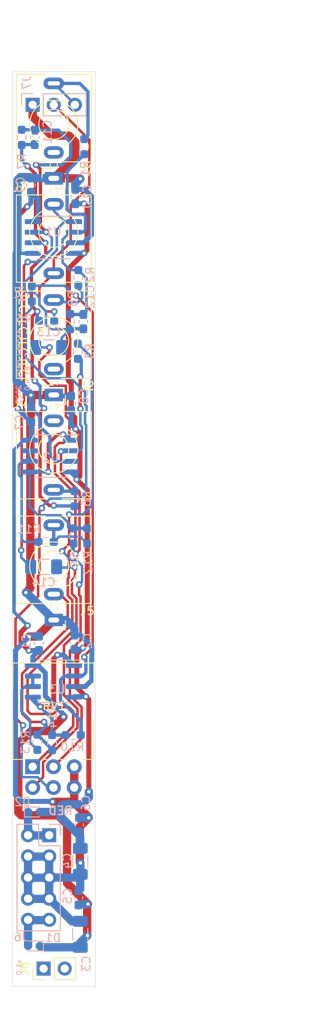
<source format=kicad_pcb>
(kicad_pcb (version 20221018) (generator pcbnew)
  (layers (0 "F.Cu" signal) (31 "B.Cu" signal) (34 "B.Paste" user) (35 "F.Paste" user) (36 "B.SilkS" user "B.Silkscreen") (37 "F.SilkS" user "F.Silkscreen") (38 "B.Mask" user) (39 "F.Mask" user) (44 "Edge.Cuts" user))
  (net 0 "")
  (net 1 "GND")
  (net 2 "+12V")
  (net 3 "-12V")
  (net 4 "Net-(D1-Pad2)")
  (net 5 "Net-(D2-Pad1)")
  (net 8 "Net-(J4-PadT)")
  (net 9 "Net-(R10-Pad1)")
  (net 10 "Net-(R11-Pad2)")
  (net 13 "Net-(R10-Pad2)")
  (net 14 "Net-(R13-Pad2)")
  (net 15 "Net-(J2-PadT)")
  (net 17 "Net-(C11-Pad2)")
  (net 18 "Net-(C12-Pad2)")
  (net 19 "Net-(C11-Pad1)")
  (net 20 "Net-(C13-Pad2)")
  (net 21 "Net-(C14-Pad2)")
  (net 22 "Net-(J5-PadT)")
  (net 23 "Net-(J5-PadTN)")
  (net 24 "Net-(R3-Pad1)")
  (net 25 "Net-(R12-Pad2)")
  (net 26 "/L_POT_OUT")
  (net 27 "/R_POT_OUT")
  (net 28 "L_IN")
  (net 29 "R_IN")
  (net 30 "Net-(R2-Pad1)")
  (footprint "Eurorack:3.5mm_tip_switch_thonkiconn" (layer "F.Cu") (at 5.03 65.944 180)
    (fp_text reference "J5")
    (fp_text value "OUT_LR")
  )
  (footprint "Potentiometer_THT:Potentiometer_Alpha_RD902F-40-00D_Dual_Vertical" (layer "F.Cu") (at 2.4892 83.584 90)
    (fp_text reference "RV1")
    (fp_text value "A100K")
  )
  (footprint "Eurorack:3.5mm_tip_switch_thonkiconn" (layer "F.Cu") (at 5.03 12.8774)
    (fp_text reference "J3")
    (fp_text value "IN_R1")
  )
  (footprint "Eurorack:3.5mm_tip_switch_thonkiconn" (layer "F.Cu") (at 5.03 38.893 180)
    (fp_text reference "J2")
    (fp_text value "IN_L2")
  )
  (footprint "Connector_PinHeader_2.54mm:PinHeader_1x02_P2.54mm_Vertical" (layer "F.Cu") (at 3.805 107.841 90)
    (fp_text reference "J8")
    (fp_text value "Conn_01x02_Female")
  )
  (footprint "Eurorack:3.5mm_tip_switch_thonkiconn" (layer "F.Cu") (at 5.03 12.858 180)
    (fp_text reference "J1")
    (fp_text value "IN_L1")
  )
  (footprint "Eurorack:3.5mm_tip_switch_thonkiconn" (layer "F.Cu") (at 5.03 38.907)
    (fp_text reference "J4")
    (fp_text value "IN_R2")
  )
  (footprint "Resistor_SMD:R_0603_1608Metric_Pad0.98x0.95mm_HandSolder" (layer "B.Cu") (at 3.048 80.6376 -90)
    (fp_text reference "R13")
    (fp_text value "47")
  )
  (footprint "Capacitor_SMD:C_0603_1608Metric_Pad1.08x0.95mm_HandSolder" (layer "B.Cu") (at 2.7432 7.9428 90)
    (fp_text reference "C11")
    (fp_text value "47p")
  )
  (footprint "Resistor_SMD:R_0603_1608Metric_Pad0.98x0.95mm_HandSolder" (layer "B.Cu") (at 4.1656 29.99)
    (fp_text reference "R5")
    (fp_text value "100k")
  )
  (footprint "Capacitor_SMD:C_1206_3216Metric_Pad1.33x1.80mm_HandSolder" (layer "B.Cu") (at 8.2088 103.7208 90)
    (fp_text reference "C3")
    (fp_text value "10u")
  )
  (footprint "Package_SO:SOIC-8_3.9x4.9mm_P1.27mm" (layer "B.Cu") (at 4.983 73.317 180)
    (fp_text reference "U3")
    (fp_text value "NE5532")
  )
  (footprint "Capacitor_SMD:C_1206_3216Metric_Pad1.33x1.80mm_HandSolder" (layer "B.Cu") (at 4.4196 33.1904 180)
    (fp_text reference "C13")
    (fp_text value "10u")
  )
  (footprint "Capacitor_SMD:C_0603_1608Metric_Pad1.08x0.95mm_HandSolder" (layer "B.Cu") (at 7.523 68.618 90)
    (fp_text reference "C2")
    (fp_text value "100n")
  )
  (footprint "Resistor_SMD:R_0603_1608Metric_Pad0.98x0.95mm_HandSolder" (layer "B.Cu") (at 4.826 80.6884 90)
    (fp_text reference "R14")
    (fp_text value "47")
  )
  (footprint "Resistor_SMD:R_0603_1608Metric_Pad0.98x0.95mm_HandSolder" (layer "B.Cu") (at 7.0104 30.0916 90)
    (fp_text reference "R8")
    (fp_text value "43k")
  )
  (footprint "Capacitor_SMD:C_1206_3216Metric_Pad1.33x1.80mm_HandSolder" (layer "B.Cu") (at 8.2088 94.9578 90)
    (fp_text reference "C4")
    (fp_text value "10u")
  )
  (footprint "Resistor_SMD:R_0603_1608Metric_Pad0.98x0.95mm_HandSolder" (layer "B.Cu") (at 9.0424 55.8472 90)
    (fp_text reference "R12")
    (fp_text value "47")
  )
  (footprint "Capacitor_SMD:C_0603_1608Metric_Pad1.08x0.95mm_HandSolder" (layer "B.Cu") (at 8.001 99.332 -90)
    (fp_text reference "C5")
    (fp_text value "100n")
  )
  (footprint "Resistor_SMD:R_0603_1608Metric_Pad0.98x0.95mm_HandSolder" (layer "B.Cu") (at 7.4168 55.8472 -90)
    (fp_text reference "R9")
    (fp_text value "10k")
  )
  (footprint "Diode_SMD:D_SOD-523" (layer "B.Cu") (at 2.6416 105.1232 180)
    (fp_text reference "D1")
    (fp_text value "1N5819WS")
  )
  (footprint "Resistor_SMD:R_0603_1608Metric_Pad0.98x0.95mm_HandSolder" (layer "B.Cu") (at 7.366 79.774)
    (fp_text reference "R10")
    (fp_text value "10k")
  )
  (footprint "Capacitor_SMD:C_0603_1608Metric_Pad1.08x0.95mm_HandSolder" (layer "B.Cu") (at 8.0818 90.5636 90)
    (fp_text reference "C6")
    (fp_text value "100n")
  )
  (footprint "Resistor_SMD:R_0603_1608Metric_Pad0.98x0.95mm_HandSolder" (layer "B.Cu") (at 1.1684 7.9428 -90)
    (fp_text reference "R7")
    (fp_text value "43k")
  )
  (footprint "Capacitor_SMD:C_0603_1608Metric_Pad1.08x0.95mm_HandSolder" (layer "B.Cu") (at 7.62 15.0548 90)
    (fp_text reference "C10")
    (fp_text value "100n")
  )
  (footprint "Resistor_SMD:R_0603_1608Metric_Pad0.98x0.95mm_HandSolder" (layer "B.Cu") (at 2.3876 26.7407 -90)
    (fp_text reference "R4")
    (fp_text value "10k")
  )
  (footprint "Resistor_SMD:R_0603_1608Metric_Pad0.98x0.95mm_HandSolder" (layer "B.Cu") (at 7.5184 51.3768 90)
    (fp_text reference "R6")
    (fp_text value "100k")
  )
  (footprint "Package_SO:SOIC-8_3.9x4.9mm_P1.27mm" (layer "B.Cu") (at 4.6228 46.246 180)
    (fp_text reference "U2")
    (fp_text value "NE5532")
  )
  (footprint "Diode_SMD:D_SOD-523" (layer "B.Cu") (at 2.6416 89.0196)
    (fp_text reference "D2")
    (fp_text value "1N5819WS")
  )
  (footprint "Capacitor_SMD:C_0603_1608Metric_Pad1.08x0.95mm_HandSolder" (layer "B.Cu") (at 2.316 41.313 90)
    (fp_text reference "C7")
    (fp_text value "100n")
  )
  (footprint "Capacitor_SMD:C_1206_3216Metric_Pad1.33x1.80mm_HandSolder" (layer "B.Cu") (at 3.81 59.5556)
    (fp_text reference "C14")
    (fp_text value "10u")
  )
  (footprint "Resistor_SMD:R_0603_1608Metric_Pad0.98x0.95mm_HandSolder" (layer "B.Cu") (at 7.9248 33.6476 90)
    (fp_text reference "R3")
    (fp_text value "10k")
  )
  (footprint "Resistor_SMD:R_0603_1608Metric_Pad0.98x0.95mm_HandSolder" (layer "B.Cu") (at 8.6868 9.0604 90)
    (fp_text reference "R1")
    (fp_text value "100k")
  )
  (footprint "Capacitor_SMD:C_0603_1608Metric_Pad1.08x0.95mm_HandSolder" (layer "B.Cu") (at 7.112 39.896 90)
    (fp_text reference "C8")
    (fp_text value "100n")
  )
  (footprint "Connector_PinHeader_2.54mm:PinHeader_1x03_P2.54mm_Vertical" (layer "B.Cu") (at 2.4892 4.0312 -90)
    (fp_text reference "J7")
    (fp_text value "Conn_01x03_Male")
  )
  (footprint "Package_SO:SOIC-8_3.9x4.9mm_P1.27mm" (layer "B.Cu") (at 4.983 19.977 180)
    (fp_text reference "U1")
    (fp_text value "TL072")
  )
  (footprint "Capacitor_SMD:C_0603_1608Metric_Pad1.08x0.95mm_HandSolder" (layer "B.Cu") (at 2.286 13.6832 90)
    (fp_text reference "C9")
    (fp_text value "100n")
  )
  (footprint "Resistor_SMD:R_0603_1608Metric_Pad0.98x0.95mm_HandSolder" (layer "B.Cu") (at 4.1148 56.5584 180)
    (fp_text reference "R11")
    (fp_text value "47")
  )
  (footprint "Capacitor_SMD:C_0603_1608Metric_Pad1.08x0.95mm_HandSolder" (layer "B.Cu") (at 8.5852 30.0916 -90)
    (fp_text reference "C12")
    (fp_text value "47p")
  )
  (footprint "Capacitor_SMD:C_0603_1608Metric_Pad1.08x0.95mm_HandSolder" (layer "B.Cu") (at 3.2512 68.7504 90)
    (fp_text reference "C1")
    (fp_text value "100n")
  )
  (footprint "Connector_PinHeader_2.54mm:PinHeader_2x05_P2.54mm_Vertical" (layer "B.Cu") (at 4.48 91.8186 180)
    (fp_text reference "J6")
    (fp_text value "Eurorack Power")
  )
  (footprint "Resistor_SMD:R_0603_1608Metric_Pad0.98x0.95mm_HandSolder" (layer "B.Cu") (at 7.9756 24.8084 -90)
    (fp_text reference "R2")
    (fp_text value "100k")
  )
  (gr_line (start 0.03 0.02) (end 10.03 0.02) (stroke (width 0.05)) (layer "Edge.Cuts"))
  (gr_line (start 10.03 0.02) (end 10.03 110.02) (stroke (width 0.05)) (layer "Edge.Cuts"))
  (gr_line (start 0.03 110.02) (end 10.03 110.02) (stroke (width 0.05)) (layer "Edge.Cuts"))
  (gr_line (start 0.03 0.02) (end 0.03 110.02) (stroke (width 0.05)) (layer "Edge.Cuts"))
  (gr_text "Andrew Perry, 2023" (at 0.8128 35.5272 90) (layer "B.SilkS") (effects (font (size 0.6 0.6) (thickness 0.1)) (justify mirror)))
  (gr_text "CC BY 4.0" (at 1.8796 36.086 90) (layer "B.SilkS") (effects (font (size 0.6 0.6) (thickness 0.1)) (justify mirror)))
  (gr_text "v1.0" (at 0.8636 107.714 90) (layer "B.SilkS") (effects (font (size 0.6 0.6) (thickness 0.1)) (justify mirror)))
  (gr_text "RED" (at 5.842 88.8672) (layer "B.SilkS") (effects (font (size 1 1) (thickness 0.2)) (justify mirror)))
  (gr_text "JLCJLCJLCJLC" (at 1.3208 31.6156 -90) (layer "F.SilkS") (effects (font (size 1 1))))
  (segment (start 1.6764 62.6544) (end 2.217111 62.113689) (width 1) (layer "F.Cu") (net 1))
  (segment (start 4.914465 87.787265) (end 4.889806 87.787265) (width 0.6) (layer "F.Cu") (net 1))
  (segment (start 7.62 10.2874) (end 5.03 12.8774) (width 1) (layer "F.Cu") (net 1))
  (segment (start 3.0364 67.9376) (end 5.03 65.944) (width 1) (layer "F.Cu") (net 1))
  (segment (start 7.4892 83.584) (end 7.4892 86.084) (width 1) (layer "F.Cu") (net 1))
  (segment (start 2.4892 4.0312) (end 2.4892 5.4536) (width 1) (layer "F.Cu") (net 1))
  (segment (start 8.158 90.7922) (end 9.2248 89.7254) (width 1) (layer "F.Cu") (net 1))
  (segment (start 7.376 87.8004) (end 9.2248 89.6492) (width 1) (layer "F.Cu") (net 1))
  (segment (start 4.9276 87.8004) (end 4.914465 87.787265) (width 0.6) (layer "F.Cu") (net 1))
  (segment (start 7.62 8.5016) (end 7.62 10.2874) (width 1) (layer "F.Cu") (net 1))
  (segment (start 2.309 38.907) (end 5.03 38.907) (width 1) (layer "F.Cu") (net 1))
  (segment (start 8.2296 12.9212) (end 8.1858 12.8774) (width 1) (layer "F.Cu") (net 1))
  (segment (start 9.2248 89.6492) (end 9.2248 89.7254) (width 1) (layer "F.Cu") (net 1))
  (segment (start 2.310231 41.218741) (end 2.310231 38.945031) (width 1) (layer "F.Cu") (net 1))
  (segment (start 7.376 87.8004) (end 7.4892 87.6872) (width 1) (layer "F.Cu") (net 1))
  (segment (start 6.858 7.7396) (end 7.62 8.5016) (width 1) (layer "F.Cu") (net 1))
  (segment (start 2.4892 5.4536) (end 4.7752 7.7396) (width 1) (layer "F.Cu") (net 1))
  (segment (start 8.158 95.0594) (end 8.158 90.7922) (width 1) (layer "F.Cu") (net 1))
  (segment (start 7.4892 87.6872) (end 7.4892 86.084) (width 1) (layer "F.Cu") (net 1))
  (segment (start 8.2342 95.1356) (end 8.158 95.0594) (width 1) (layer "F.Cu") (net 1))
  (segment (start 2.217111 41.311861) (end 2.310231 41.218741) (width 1) (layer "F.Cu") (net 1))
  (segment (start 2.0828 67.9376) (end 3.0364 67.9376) (width 1) (layer "F.Cu") (net 1))
  (segment (start 2.310231 38.945031) (end 2.2906 38.9254) (width 1) (layer "F.Cu") (net 1))
  (segment (start 4.7752 7.7396) (end 6.858 7.7396) (width 1) (layer "F.Cu") (net 1))
  (segment (start 8.1858 12.8774) (end 5.03 12.8774) (width 1) (layer "F.Cu") (net 1))
  (segment (start 2.2906 38.9254) (end 2.309 38.907) (width 0.6) (layer "F.Cu") (net 1))
  (segment (start 2.217111 62.113689) (end 2.217111 41.311861) (width 1) (layer "F.Cu") (net 1))
  (segment (start 4.9276 87.8004) (end 7.376 87.8004) (width 1) (layer "F.Cu") (net 1))
  (via (at 1.6764 62.6544) (size 0.8) (drill 0.4) (layers "F.Cu" "B.Cu") (net 1))
  (via (at 8.2296 12.9212) (size 0.8) (drill 0.4) (layers "F.Cu" "B.Cu") (net 1))
  (via (at 2.2906 38.9254) (size 0.8) (drill 0.4) (layers "F.Cu" "B.Cu") (net 1))
  (via (at 2.0828 67.9376) (size 0.8) (drill 0.4) (layers "F.Cu" "B.Cu") (net 1))
  (via (at 9.2248 89.7254) (size 0.8) (drill 0.4) (layers "F.Cu" "B.Cu") (net 1))
  (via (at 4.889806 87.787265) (size 0.8) (drill 0.4) (layers "F.Cu" "B.Cu") (net 1))
  (via (at 8.2342 95.1356) (size 0.8) (drill 0.4) (layers "F.Cu" "B.Cu") (net 1))
  (segment (start 4.48 96.8986) (end 7.8305 96.8986) (width 1) (layer "B.Cu") (net 1))
  (segment (start 4.889806 87.787265) (end 4.852141 87.7496) (width 0.6) (layer "B.Cu") (net 1))
  (segment (start 1.935 94.379) (end 1.935 96.919) (width 1) (layer "B.Cu") (net 1))
  (segment (start 0.43396 69.58644) (end 2.0828 67.9376) (width 0.6) (layer "B.Cu") (net 1))
  (segment (start 0.43396 87.01516) (end 0.43396 69.58644) (width 0.6) (layer "B.Cu") (net 1))
  (segment (start 4.475 94.379) (end 4.475 96.919) (width 1) (layer "B.Cu") (net 1))
  (segment (start 8.232821 67.7555) (end 7.523 67.7555) (width 0.6) (layer "B.Cu") (net 1))
  (segment (start 7.1997 102.1583) (end 8.2088 102.1583) (width 1) (layer "B.Cu") (net 1))
  (segment (start 7.458 73.952) (end 8.8192 73.952) (width 0.6) (layer "B.Cu") (net 1))
  (segment (start 1.6764 62.6544) (end 1.7404 62.6544) (width 1) (layer "B.Cu") (net 1))
  (segment (start 2.508 21.882) (end 0.62216 21.882) (width 0.4) (layer "B.Cu") (net 1))
  (segment (start 9.58952 70.789518) (end 9.6012 70.777838) (width 0.6) (layer "B.Cu") (net 1))
  (segment (start 8.2088 96.5203) (end 8.2088 98.2617) (width 1) (layer "B.Cu") (net 1))
  (segment (start 7.523 67.7555) (end 7.523 66.977) (width 1) (layer "B.Cu") (net 1))
  (segment (start 2.316 38.9508) (end 2.316 40.4505) (width 0.6) (layer "B.Cu") (net 1))
  (segment (start 7.62 13.5308) (end 7.62 14.1923) (width 1) (layer "B.Cu") (net 1))
  (segment (start 9.56872 19.65928) (end 9.56872 15.02232) (width 0.6) (layer "B.Cu") (net 1))
  (segment (start 9.2005 89.7011) (end 8.0818 89.7011) (width 1) (layer "B.Cu") (net 1))
  (segment (start 9.56872 15.02232) (end 8.7387 14.1923) (width 0.6) (layer "B.Cu") (net 1))
  (segment (start 4.852141 87.7496) (end 1.1684 87.7496) (width 0.6) (layer "B.Cu") (net 1))
  (segment (start 2.0828 67.9376) (end 2.1325 67.8879) (width 0.6) (layer "B.Cu") (net 1))
  (segment (start 8.1711 102.1206) (end 8.2088 102.1583) (width 1) (layer "B.Cu") (net 1))
  (segment (start 0.57508 21.92908) (end 0.6604 21.84376) (width 1) (layer "B.Cu") (net 1))
  (segment (start 4.475 99.459) (end 1.935 99.459) (width 1) (layer "B.Cu") (net 1))
  (segment (start 2.1833 12.718) (end 2.286 12.8207) (width 1) (layer "B.Cu") (net 1))
  (segment (start 2.9326 12.858) (end 5.03 12.858) (width 1) (layer "B.Cu") (net 1))
  (segment (start 8.2342 95.1356) (end 8.2342 96.4949) (width 1) (layer "B.Cu") (net 1))
  (segment (start 2.1325 67.8879) (end 3.2512 67.8879) (width 0.6) (layer "B.Cu") (net 1))
  (segment (start 1.7404 62.6544) (end 5.03 65.944) (width 1) (layer "B.Cu") (net 1))
  (segment (start 8.2296 12.9212) (end 7.62 13.5308) (width 1) (layer "B.Cu") (net 1))
  (segment (start 7.8305 96.8986) (end 8.2088 96.5203) (width 1) (layer "B.Cu") (net 1))
  (segment (start 7.523 66.977) (end 6.49 65.944) (width 1) (layer "B.Cu") (net 1))
  (segment (start 5.1565 39.0335) (end 5.03 38.907) (width 0.6) (layer "B.Cu") (net 1))
  (segment (start 6.49 65.944) (end 5.03 65.944) (width 1) (layer "B.Cu") (net 1))
  (segment (start 4.475 96.919) (end 4.475 99.459) (width 1) (layer "B.Cu") (net 1))
  (segment (start 1.016 12.718) (end 2.1833 12.718) (width 1) (layer "B.Cu") (net 1))
  (segment (start 8.616 20.612) (end 9.56872 19.65928) (width 0.6) (layer "B.Cu") (net 1))
  (segment (start 3.3528 41.4873) (end 2.316 40.4505) (width 0.4) (layer "B.Cu") (net 1))
  (segment (start 7.0978 46.881) (end 5.3086 46.881) (width 0.4) (layer "B.Cu") (net 1))
  (segment (start 7.458 20.612) (end 8.616 20.612) (width 0.6) (layer "B.Cu") (net 1))
  (segment (start 5.3086 46.881) (end 4.572 46.1444) (width 0.4) (layer "B.Cu") (net 1))
  (segment (start 3.3528 42.69) (end 3.3528 41.4873) (width 0.4) (layer "B.Cu") (net 1))
  (segment (start 2.2906 38.9254) (end 2.316 38.9508) (width 0.6) (layer "B.Cu") (net 1))
  (segment (start 1.935 96.919) (end 4.475 96.919) (width 1) (layer "B.Cu") (net 1))
  (segment (start 7.112 39.0335) (end 5.1565 39.0335) (width 0.6) (layer "B.Cu") (net 1))
  (segment (start 8.2088 98.2617) (end 8.001 98.4695) (width 1) (layer "B.Cu") (net 1))
  (segment (start 8.8192 73.952) (end 9.58952 73.18168) (width 0.6) (layer "B.Cu") (net 1))
  (segment (start 4.48 99.4386) (end 7.1997 102.1583) (width 1) (layer "B.Cu") (net 1))
  (segment (start 0.6604 13.0736) (end 1.016 12.718) (width 1) (layer "B.Cu") (net 1))
  (segment (start 9.2248 89.7254) (end 9.2005 89.7011) (width 1) (layer "B.Cu") (net 1))
  (segment (start 1.1684 87.7496) (end 0.43396 87.01516) (width 0.6) (layer "B.Cu") (net 1))
  (segment (start 9.6012 69.123879) (end 8.232821 67.7555) (width 0.6) (layer "B.Cu") (net 1))
  (segment (start 8.7387 14.1923) (end 7.62 14.1923) (width 0.6) (layer "B.Cu") (net 1))
  (segment (start 4.572 43.9092) (end 3.3528 42.69) (width 0.4) (layer "B.Cu") (net 1))
  (segment (start 1.935 96.919) (end 1.935 99.459) (width 1) (layer "B.Cu") (net 1))
  (segment (start 2.286 12.8207) (end 2.8953 12.8207) (width 1) (layer "B.Cu") (net 1))
  (segment (start 2.316 38.9508) (end 0.57508 37.20988) (width 1) (layer "B.Cu") (net 1))
  (segment (start 4.572 46.1444) (end 4.572 43.9092) (width 0.4) (layer "B.Cu") (net 1))
  (segment (start 9.6012 70.777838) (end 9.6012 69.123879) (width 0.6) (layer "B.Cu") (net 1))
  (segment (start 2.8953 12.8207) (end 2.9326 12.858) (width 1) (layer "B.Cu") (net 1))
  (segment (start 0.62216 21.882) (end 0.57508 21.92908) (width 0.4) (layer "B.Cu") (net 1))
  (segment (start 0.6604 21.84376) (end 0.6604 13.0736) (width 1) (layer "B.Cu") (net 1))
  (segment (start 0.57508 37.20988) (end 0.57508 21.92908) (width 1) (layer "B.Cu") (net 1))
  (segment (start 1.935 94.379) (end 4.475 94.379) (width 1) (layer "B.Cu") (net 1))
  (segment (start 9.58952 73.18168) (end 9.58952 70.789518) (width 0.6) (layer "B.Cu") (net 1))
  (segment (start 5.5372 89.426) (end 6.634 90.5228) (width 1) (layer "F.Cu") (net 2))
  (segment (start 6.1976 77.5896) (end 4.488489 79.298711) (width 1) (layer "F.Cu") (net 2))
  (segment (start 0.762 89.0704) (end 1.1176 89.426) (width 1) (layer "F.Cu") (net 2))
  (segment (start 6.634 97.584) (end 9.144 100.094) (width 1) (layer "F.Cu") (net 2))
  (segment (start 9.0724 103.8732) (end 9.047 103.8478) (width 1) (layer "F.Cu") (net 2))
  (segment (start 0.4572 40.3024) (end 0.7112 40.5564) (width 0.6) (layer "F.Cu") (net 2))
  (segment (start 9.047 103.8478) (end 9.047 100.241) (width 1) (layer "F.Cu") (net 2))
  (segment (start 1.8796 66.6168) (end 1.08328 67.41312) (width 0.6) (layer "F.Cu") (net 2))
  (segment (start 0.762 80.8408) (end 0.762 89.0704) (width 1) (layer "F.Cu") (net 2))
  (segment (start 1.08328 67.41312) (end 1.08328 68.66528) (width 0.6) (layer "F.Cu") (net 2))
  (segment (start 4.488489 79.298711) (end 2.304089 79.298711) (width 1) (layer "F.Cu") (net 2))
  (segment (start 1.08328 68.66528) (end 2.032 69.614) (width 0.6) (layer "F.Cu") (net 2))
  (segment (start 1.8288 16.274) (end 0.4572 17.6456) (width 0.6) (layer "F.Cu") (net 2))
  (segment (start 1.1176 89.426) (end 5.5372 89.426) (width 1) (layer "F.Cu") (net 2))
  (segment (start 6.634 90.5228) (end 6.634 97.584) (width 1) (layer "F.Cu") (net 2))
  (segment (start 0.4572 17.6456) (end 0.4572 40.3024) (width 0.6) (layer "F.Cu") (net 2))
  (segment (start 2.304089 79.298711) (end 0.762 80.8408) (width 1) (layer "F.Cu") (net 2))
  (via (at 6.1976 77.5896) (size 0.8) (drill 0.4) (layers "F.Cu" "B.Cu") (net 2))
  (via (at 2.032 69.614) (size 0.8) (drill 0.4) (layers "F.Cu" "B.Cu") (net 2))
  (via (at 9.144 100.094) (size 0.8) (drill 0.4) (layers "F.Cu" "B.Cu") (net 2))
  (via (at 1.8288 16.274) (size 0.8) (drill 0.4) (layers "F.Cu" "B.Cu") (net 2))
  (via (at 0.7112 40.5564) (size 0.8) (drill 0.4) (layers "F.Cu" "B.Cu") (net 2))
  (via (at 9.0724 103.8732) (size 0.8) (drill 0.4) (layers "F.Cu" "B.Cu") (net 2))
  (via (at 1.8796 66.6168) (size 0.8) (drill 0.4) (layers "F.Cu" "B.Cu") (net 2))
  (segment (start 1.8796 66.6168) (end 0.254 64.9912) (width 0.4) (layer "B.Cu") (net 2))
  (segment (start 6.1976 77.5896) (end 6.1976 77.2848) (width 0.6) (layer "B.Cu") (net 2))
  (segment (start 3.1496 15.4093) (end 3.1496 17.4304) (width 0.6) (layer "B.Cu") (net 2))
  (segment (start 9.1251 100.1129) (end 8.2342 100.1129) (width 1) (layer "B.Cu") (net 2))
  (segment (start 0.254 45.5086) (end 1.4216 44.341) (width 0.4) (layer "B.Cu") (net 2))
  (segment (start 1.34148 41.18668) (end 1.34148 41.20098) (width 0.6) (layer "B.Cu") (net 2))
  (segment (start 1.34148 41.20098) (end 2.316 42.1755) (width 0.6) (layer "B.Cu") (net 2))
  (segment (start 2.508 71.412) (end 2.508 70.3561) (width 0.6) (layer "B.Cu") (net 2))
  (segment (start 1.4216 44.341) (end 2.1478 44.341) (width 0.4) (layer "B.Cu") (net 2))
  (segment (start 2.508 70.3561) (end 3.2512 69.6129) (width 0.6) (layer "B.Cu") (net 2))
  (segment (start 1.8288 16.274) (end 2.286 15.8168) (width 0.6) (layer "B.Cu") (net 2))
  (segment (start 0.7112 40.5564) (end 1.34148 41.18668) (width 0.6) (layer "B.Cu") (net 2))
  (segment (start 2.3368 42.1963) (end 2.316 42.1755) (width 0.6) (layer "B.Cu") (net 2))
  (segment (start 2.032 69.614) (end 2.0331 69.6129) (width 0.4) (layer "B.Cu") (net 2))
  (segment (start 8.2088 104.7368) (end 8.2088 105.2833) (width 1) (layer "B.Cu") (net 2))
  (segment (start 2.0331 69.6129) (end 3.2512 69.6129) (width 0.6) (layer "B.Cu") (net 2))
  (segment (start 2.286 14.5457) (end 3.1496 15.4093) (width 0.6) (layer "B.Cu") (net 2))
  (segment (start 4.0132 72.293641) (end 3.131559 71.412) (width 0.6) (layer "B.Cu") (net 2))
  (segment (start 3.5017 105.2833) (end 3.3416 105.1232) (width 1) (layer "B.Cu") (net 2))
  (segment (start 4.0132 75.1004) (end 4.0132 72.293641) (width 0.6) (layer "B.Cu") (net 2))
  (segment (start 6.1976 77.2848) (end 4.0132 75.1004) (width 0.6) (layer "B.Cu") (net 2))
  (segment (start 2.3368 44.152) (end 2.3368 42.1963) (width 0.6) (layer "B.Cu") (net 2))
  (segment (start 9.0724 103.8732) (end 8.2088 104.7368) (width 1) (layer "B.Cu") (net 2))
  (segment (start 0.254 64.9912) (end 0.254 45.5086) (width 0.4) (layer "B.Cu") (net 2))
  (segment (start 2.286 15.8168) (end 2.286 14.5457) (width 0.6) (layer "B.Cu") (net 2))
  (segment (start 3.131559 71.412) (end 2.508 71.412) (width 0.6) (layer "B.Cu") (net 2))
  (segment (start 2.1478 44.341) (end 2.3368 44.152) (width 0.6) (layer "B.Cu") (net 2))
  (segment (start 8.2088 105.2833) (end 3.5017 105.2833) (width 1) (layer "B.Cu") (net 2))
  (segment (start 3.1496 17.4304) (end 2.508 18.072) (width 0.6) (layer "B.Cu") (net 2))
  (segment (start 7.129031 37.52445) (end 6.77952 37.174939) (width 0.6) (layer "F.Cu") (net 3))
  (segment (start 7.6583 42.9948) (end 7.55832 42.89482) (width 0.6) (layer "F.Cu") (net 3))
  (segment (start 6.77952 37.174939) (end 6.77952 34.239111) (width 0.6) (layer "F.Cu") (net 3))
  (segment (start 9.05328 68.770339) (end 8.514419 69.3092) (width 0.6) (layer "F.Cu") (net 3))
  (segment (start 7.802189 70.010089) (end 7.802189 74.063389) (width 0.6) (layer "F.Cu") (net 3))
  (segment (start 6.85131 34.167321) (end 6.85131 32.111879) (width 0.6) (layer "F.Cu") (net 3))
  (segment (start 9.2456 75.5068) (end 8.89 75.1512) (width 0.6) (layer "F.Cu") (net 3))
  (segment (start 9.05328 50.323216) (end 9.05328 68.770339) (width 0.6) (layer "F.Cu") (net 3))
  (segment (start 9.0216 21.50962) (end 8.66922 21.862) (width 0.6) (layer "F.Cu") (net 3))
  (segment (start 8.503078 69.3092) (end 7.802189 70.010089) (width 0.6) (layer "F.Cu") (net 3))
  (segment (start 6.77952 23.7517) (end 8.66922 21.862) (width 0.6) (layer "F.Cu") (net 3))
  (segment (start 6.77952 34.239111) (end 6.85131 34.167321) (width 0.6) (layer "F.Cu") (net 3))
  (segment (start 7.783532 49.053468) (end 9.05328 50.323216) (width 0.6) (layer "F.Cu") (net 3))
  (segment (start 8.66922 15.9184) (end 9.0216 16.27078) (width 0.6) (layer "F.Cu") (net 3))
  (segment (start 8.1788 48.6582) (end 7.783532 49.053468) (width 0.6) (layer "F.Cu") (net 3))
  (segment (start 7.558319 41.611803) (end 7.129031 41.182515) (width 0.6) (layer "F.Cu") (net 3))
  (segment (start 6.77952 32.040089) (end 6.77952 23.7517) (width 0.6) (layer "F.Cu") (net 3))
  (segment (start 7.802189 74.063389) (end 8.89 75.1512) (width 0.6) (layer "F.Cu") (net 3))
  (segment (start 8.1788 43.5153) (end 8.1788 48.6582) (width 0.6) (layer "F.Cu") (net 3))
  (segment (start 7.6583 42.9948) (end 8.1788 43.5153) (width 0.6) (layer "F.Cu") (net 3))
  (segment (start 8.514419 69.3092) (end 8.503078 69.3092) (width 0.6) (layer "F.Cu") (net 3))
  (segment (start 9.2456 86.5812) (end 9.2456 75.5068) (width 0.6) (layer "F.Cu") (net 3))
  (segment (start 9.0216 16.27078) (end 9.0216 21.50962) (width 0.6) (layer "F.Cu") (net 3))
  (segment (start 6.85131 32.111879) (end 6.77952 32.040089) (width 0.6) (layer "F.Cu") (net 3))
  (segment (start 7.129031 41.182515) (end 7.129031 37.52445) (width 0.6) (layer "F.Cu") (net 3))
  (segment (start 7.55832 42.89482) (end 7.558319 41.611803) (width 0.6) (layer "F.Cu") (net 3))
  (via (at 8.89 75.1512) (size 0.8) (drill 0.4) (layers "F.Cu" "B.Cu") (net 3))
  (via (at 8.66922 21.862) (size 0.8) (drill 0.4) (layers "F.Cu" "B.Cu") (net 3))
  (via (at 7.6583 42.9948) (size 0.8) (drill 0.4) (layers "F.Cu" "B.Cu") (net 3))
  (via (at 8.66922 15.9184) (size 0.8) (drill 0.4) (layers "F.Cu" "B.Cu") (net 3))
  (via (at 8.514419 69.3092) (size 0.8) (drill 0.4) (layers "F.Cu" "B.Cu") (net 3))
  (via (at 9.2456 86.5812) (size 0.8) (drill 0.4) (layers "F.Cu" "B.Cu") (net 3))
  (via (at 7.783532 49.053468) (size 0.8) (drill 0.4) (layers "F.Cu" "B.Cu") (net 3))
  (segment (start 5.822 89.5584) (end 8.2088 91.9452) (width 1) (layer "B.Cu") (net 3))
  (segment (start 7.478 21.862) (end 7.458 21.882) (width 0.6) (layer "B.Cu") (net 3))
  (segment (start 5.2124 89.0196) (end 5.822 88.41) (width 1) (layer "B.Cu") (net 3))
  (segment (start 7.783532 48.836732) (end 7.0978 48.151) (width 0.6) (layer "B.Cu") (net 3))
  (segment (start 7.112 42.4485) (end 7.112 40.7585) (width 0.6) (layer "B.Cu") (net 3))
  (segment (start 8.66922 15.9184) (end 7.6211 15.9184) (width 0.6) (layer "B.Cu") (net 3))
  (segment (start 3.3416 89.0196) (end 5.2124 89.0196) (width 1) (layer "B.Cu") (net 3))
  (segment (start 9.2456 86.5812) (end 9.2456 87.2924) (width 1) (layer "B.Cu") (net 3))
  (segment (start 8.4328 88.1052) (end 6.1268 88.1052) (width 1) (layer "B.Cu") (net 3))
  (segment (start 9.2456 87.2924) (end 8.4328 88.1052) (width 1) (layer "B.Cu") (net 3))
  (segment (start 7.783532 49.053468) (end 7.783532 48.836732) (width 0.6) (layer "B.Cu") (net 3))
  (segment (start 5.822 88.41) (end 5.822 89.5584) (width 1) (layer "B.Cu") (net 3))
  (segment (start 7.5288 75.1512) (end 7.458 75.222) (width 0.6) (layer "B.Cu") (net 3))
  (segment (start 8.514419 69.3092) (end 8.343119 69.4805) (width 0.6) (layer "B.Cu") (net 3))
  (segment (start 7.6583 42.9948) (end 7.112 42.4485) (width 0.6) (layer "B.Cu") (net 3))
  (segment (start 7.6211 15.9184) (end 7.62 15.9173) (width 0.6) (layer "B.Cu") (net 3))
  (segment (start 8.89 75.1512) (end 7.5288 75.1512) (width 0.6) (layer "B.Cu") (net 3))
  (segment (start 6.1268 88.1052) (end 5.822 88.41) (width 1) (layer "B.Cu") (net 3))
  (segment (start 8.2088 91.9452) (end 8.2088 93.3953) (width 1) (layer "B.Cu") (net 3))
  (segment (start 8.66922 21.862) (end 7.478 21.862) (width 0.6) (layer "B.Cu") (net 3))
  (segment (start 8.343119 69.4805) (end 7.523 69.4805) (width 0.6) (layer "B.Cu") (net 3))
  (segment (start 1.9604 102.0244) (end 4.4342 102.0244) (width 1) (layer "B.Cu") (net 4))
  (segment (start 1.94 103.558) (end 1.9416 103.5596) (width 1) (layer "B.Cu") (net 4))
  (segment (start 1.9416 103.5596) (end 1.9416 105.1232) (width 1) (layer "B.Cu") (net 4))
  (segment (start 1.94 101.9786) (end 1.94 103.558) (width 1) (layer "B.Cu") (net 4))
  (segment (start 1.94 91.8186) (end 1.94 89.0212) (width 1) (layer "B.Cu") (net 5))
  (segment (start 1.935 91.839) (end 4.475 91.839) (width 1) (layer "B.Cu") (net 5))
  (segment (start 1.94 89.0212) (end 1.9416 89.0196) (width 1) (layer "B.Cu") (net 5))
  (segment (start 5.1873 50.4643) (end 5.03 50.307) (width 0.4) (layer "B.Cu") (net 8))
  (segment (start 7.5184 50.4643) (end 5.1873 50.4643) (width 0.4) (layer "B.Cu") (net 8))
  (segment (start 5.0292 75.8624) (end 4.5212 76.3704) (width 0.6) (layer "F.Cu") (net 9))
  (segment (start 5.0292 70.590152) (end 5.0292 75.8624) (width 0.6) (layer "F.Cu") (net 9))
  (segment (start 4.5212 76.3704) (end 3.4036 76.3704) (width 0.6) (layer "F.Cu") (net 9))
  (segment (start 5.466476 70.152876) (end 5.0292 70.590152) (width 0.6) (layer "F.Cu") (net 9))
  (via (at 5.466476 70.152876) (size 0.8) (drill 0.4) (layers "F.Cu" "B.Cu") (net 9))
  (via (at 3.4036 76.3704) (size 0.8) (drill 0.4) (layers "F.Cu" "B.Cu") (net 9))
  (segment (start 5.466476 70.152876) (end 6.198876 70.152876) (width 0.6) (layer "B.Cu") (net 9))
  (segment (start 3.4036 76.3704) (end 2.508 75.4748) (width 0.6) (layer "B.Cu") (net 9))
  (segment (start 2.508 75.4748) (end 2.508 75.222) (width 0.6) (layer "B.Cu") (net 9))
  (segment (start 6.198876 70.152876) (end 7.458 71.412) (width 0.6) (layer "B.Cu") (net 9))
  (segment (start 4.826 77.7928) (end 4.826 79.7759) (width 0.4) (layer "B.Cu") (net 9))
  (segment (start 6.4535 79.774) (end 4.8279 79.774) (width 0.4) (layer "B.Cu") (net 9))
  (segment (start 3.4036 76.3704) (end 4.826 77.7928) (width 0.4) (layer "B.Cu") (net 9))
  (segment (start 4.8279 79.774) (end 4.826 79.7759) (width 0.4) (layer "B.Cu") (net 9))
  (segment (start 3.2023 56.5584) (end 1.4732 56.5584) (width 0.3) (layer "B.Cu") (net 10))
  (segment (start 1.2446 46.881) (end 2.1478 46.881) (width 0.3) (layer "B.Cu") (net 10))
  (segment (start 1.115893 48.80052) (end 0.82328 48.507907) (width 0.3) (layer "B.Cu") (net 10))
  (segment (start 0.82328 48.507907) (end 0.82328 47.30232) (width 0.3) (layer "B.Cu") (net 10))
  (segment (start 1.1684 48.80052) (end 1.115893 48.80052) (width 0.3) (layer "B.Cu") (net 10))
  (segment (start 1.4732 56.5584) (end 1.1684 56.2536) (width 0.3) (layer "B.Cu") (net 10))
  (segment (start 1.1684 56.2536) (end 1.1684 48.80052) (width 0.3) (layer "B.Cu") (net 10))
  (segment (start 2.1478 46.881) (end 2.1478 45.611) (width 0.4) (layer "B.Cu") (net 10))
  (segment (start 0.82328 47.30232) (end 1.2446 46.881) (width 0.3) (layer "B.Cu") (net 10))
  (segment (start 8.701689 70.405247) (end 8.701689 70.259511) (width 0.3) (layer "F.Cu") (net 13))
  (segment (start 9.7028 28.965791) (end 7.67902 26.942011) (width 0.3) (layer "F.Cu") (net 13))
  (segment (start 8.701689 70.259511) (end 9.7028 69.2584) (width 0.3) (layer "F.Cu") (net 13))
  (segment (start 9.7028 69.2584) (end 9.7028 28.965791) (width 0.3) (layer "F.Cu") (net 13))
  (via (at 8.701689 70.405247) (size 0.8) (drill 0.4) (layers "F.Cu" "B.Cu") (net 13))
  (via (at 7.67902 26.942011) (size 0.8) (drill 0.4) (layers "F.Cu" "B.Cu") (net 13))
  (segment (start 8.4636 72.682) (end 7.458 72.682) (width 0.4) (layer "B.Cu") (net 13))
  (segment (start 6.2792 72.682) (end 7.458 72.682) (width 0.4) (layer "B.Cu") (net 13))
  (segment (start 7.67902 26.942011) (end 7.518411 26.942011) (width 0.3) (layer "B.Cu") (net 13))
  (segment (start 8.701689 70.405247) (end 8.89 70.593558) (width 0.4) (layer "B.Cu") (net 13))
  (segment (start 8.2785 79.774) (end 8.2785 78.0449) (width 0.4) (layer "B.Cu") (net 13))
  (segment (start 5.842 73.1192) (end 6.2792 72.682) (width 0.4) (layer "B.Cu") (net 13))
  (segment (start 8.2785 78.0449) (end 5.842 75.6084) (width 0.4) (layer "B.Cu") (net 13))
  (segment (start 5.842 75.6084) (end 5.842 73.1192) (width 0.4) (layer "B.Cu") (net 13))
  (segment (start 6.3481 25.7717) (end 2.4384 25.7717) (width 0.3) (layer "B.Cu") (net 13))
  (segment (start 8.89 72.2556) (end 8.4636 72.682) (width 0.4) (layer "B.Cu") (net 13))
  (segment (start 7.518411 26.942011) (end 6.3481 25.7717) (width 0.3) (layer "B.Cu") (net 13))
  (segment (start 8.89 70.593558) (end 8.89 72.2556) (width 0.4) (layer "B.Cu") (net 13))
  (segment (start 2.1844 80.6865) (end 3.048 81.5501) (width 0.3) (layer "B.Cu") (net 14))
  (segment (start 1.13348 76.89428) (end 2.1844 77.9452) (width 0.3) (layer "B.Cu") (net 14))
  (segment (start 2.508 73.952) (end 2.508 72.682) (width 0.4) (layer "B.Cu") (net 14))
  (segment (start 1.13348 74.37332) (end 1.13348 76.89428) (width 0.3) (layer "B.Cu") (net 14))
  (segment (start 1.5548 73.952) (end 1.13348 74.37332) (width 0.3) (layer "B.Cu") (net 14))
  (segment (start 2.1844 77.9452) (end 2.1844 80.6865) (width 0.3) (layer "B.Cu") (net 14))
  (segment (start 2.508 73.952) (end 1.5548 73.952) (width 0.3) (layer "B.Cu") (net 14))
  (segment (start 7.93949 27.741511) (end 8.428531 27.25247) (width 0.3) (layer "B.Cu") (net 15))
  (segment (start 5.0781 27.5411) (end 5.03 27.493) (width 0.4) (layer "B.Cu") (net 15))
  (segment (start 5.03 27.493) (end 5.278511 27.741511) (width 0.3) (layer "B.Cu") (net 15))
  (segment (start 8.428531 27.25247) (end 8.428531 26.582131) (width 0.3) (layer "B.Cu") (net 15))
  (segment (start 7.9756 26.1079) (end 8.26565 26.39795) (width 0.3) (layer "B.Cu") (net 15))
  (segment (start 7.9756 25.7209) (end 7.9756 26.1079) (width 0.3) (layer "B.Cu") (net 15))
  (segment (start 8.428531 26.582131) (end 8.2296 26.3832) (width 0.3) (layer "B.Cu") (net 15))
  (segment (start 5.278511 27.741511) (end 7.93949 27.741511) (width 0.3) (layer "B.Cu") (net 15))
  (segment (start 1.1176 57.5744) (end 1.1684 57.5236) (width 0.3) (layer "F.Cu") (net 17))
  (segment (start 1.460711 40.245941) (end 1.441081 40.226311) (width 0.3) (layer "F.Cu") (net 17))
  (segment (start 2.89856 11.2448) (end 3.43048 11.77672) (width 0.4) (layer "F.Cu") (net 17))
  (segment (start 2.8956 11.2448) (end 2.89856 11.2448) (width 0.4) (layer "F.Cu") (net 17))
  (segment (start 1.1684 57.5236) (end 1.1684 41.15917) (width 0.3) (layer "F.Cu") (net 17))
  (segment (start 1.1684 41.15917) (end 1.460711 40.866859) (width 0.3) (layer "F.Cu") (net 17))
  (segment (start 3.43048 18.63768) (end 4.1148 19.322) (width 0.4) (layer "F.Cu") (net 17))
  (segment (start 3.43048 11.77672) (end 3.43048 18.63768) (width 0.4) (layer "F.Cu") (net 17))
  (segment (start 1.441081 23.374815) (end 1.90039 22.915506) (width 0.3) (layer "F.Cu") (net 17))
  (segment (start 1.460711 40.866859) (end 1.460711 40.245941) (width 0.3) (layer "F.Cu") (net 17))
  (segment (start 1.441081 40.226311) (end 1.441081 23.374815) (width 0.3) (layer "F.Cu") (net 17))
  (via (at 1.1176 57.5744) (size 0.8) (drill 0.4) (layers "F.Cu" "B.Cu") (net 17))
  (via (at 4.1148 19.322) (size 0.8) (drill 0.4) (layers "F.Cu" "B.Cu") (net 17))
  (via (at 2.8956 11.2448) (size 0.8) (drill 0.4) (layers "F.Cu" "B.Cu") (net 17))
  (via (at 1.90039 22.915506) (size 0.8) (drill 0.4) (layers "F.Cu" "B.Cu") (net 17))
  (segment (start 2.8956 11.2448) (end 6.0452 11.2448) (width 0.4) (layer "B.Cu") (net 17))
  (segment (start 7.0612 8.5524) (end 5.5891 7.0803) (width 0.4) (layer "B.Cu") (net 17))
  (segment (start 5.5891 7.0803) (end 2.7432 7.0803) (width 0.4) (layer "B.Cu") (net 17))
  (segment (start 1.1176 58.4257) (end 2.2475 59.5556) (width 0.3) (layer "B.Cu") (net 17))
  (segment (start 6.0452 11.2448) (end 7.0612 10.2288) (width 0.4) (layer "B.Cu") (net 17))
  (segment (start 4.79536 21.34959) (end 4.79536 20.00256) (width 0.3) (layer "B.Cu") (net 17))
  (segment (start 4.0948 19.342) (end 4.1148 19.322) (width 0.4) (layer "B.Cu") (net 17))
  (segment (start 4.79536 20.00256) (end 4.1148 19.322) (width 0.3) (layer "B.Cu") (net 17))
  (segment (start 2.7432 7.0803) (end 2.6932 7.0303) (width 0.4) (layer "B.Cu") (net 17))
  (segment (start 1.90039 22.915506) (end 3.229444 22.915506) (width 0.3) (layer "B.Cu") (net 17))
  (segment (start 2.6932 7.0303) (end 1.1684 7.0303) (width 0.4) (layer "B.Cu") (net 17))
  (segment (start 3.229444 22.915506) (end 4.79536 21.34959) (width 0.3) (layer "B.Cu") (net 17))
  (segment (start 7.0612 10.2288) (end 7.0612 8.5524) (width 0.4) (layer "B.Cu") (net 17))
  (segment (start 2.508 19.342) (end 4.0948 19.342) (width 0.4) (layer "B.Cu") (net 17))
  (segment (start 1.1176 57.5744) (end 1.1176 58.4257) (width 0.3) (layer "B.Cu") (net 17))
  (segment (start 4.09012 30.47332) (end 4.6209 31.0041) (width 0.3) (layer "B.Cu") (net 18))
  (segment (start 3.302 28.059584) (end 4.09012 28.847704) (width 0.3) (layer "B.Cu") (net 18))
  (segment (start 5.39488 19.00712) (end 5.39488 21.46568) (width 0.3) (layer "B.Cu") (net 18))
  (segment (start 2.77122 26.66522) (end 3.302 27.196) (width 0.3) (layer "B.Cu") (net 18))
  (segment (start 7.0104 31.0041) (end 5.9821 32.0324) (width 0.3) (layer "B.Cu") (net 18))
  (segment (start 5.03 15.9774) (end 5.03 16.772) (width 0.3) (layer "B.Cu") (net 18))
  (segment (start 5.413664 21.484464) (end 1.524 25.374129) (width 0.3) (layer "B.Cu") (net 18))
  (segment (start 4.09012 28.847704) (end 4.09012 30.47332) (width 0.3) (layer "B.Cu") (net 18))
  (segment (start 6.33 18.072) (end 5.39488 19.00712) (width 0.3) (layer "B.Cu") (net 18))
  (segment (start 6.33 18.072) (end 7.458 18.072) (width 0.3) (layer "B.Cu") (net 18))
  (segment (start 5.03 16.772) (end 6.33 18.072) (width 0.3) (layer "B.Cu") (net 18))
  (segment (start 4.6209 31.0041) (end 7.0104 31.0041) (width 0.3) (layer "B.Cu") (net 18))
  (segment (start 3.302 27.196) (end 3.302 28.059584) (width 0.3) (layer "B.Cu") (net 18))
  (segment (start 1.524 26.282271) (end 1.906949 26.66522) (width 0.3) (layer "B.Cu") (net 18))
  (segment (start 5.9821 32.0324) (end 5.9821 33.1904) (width 0.3) (layer "B.Cu") (net 18))
  (segment (start 1.906949 26.66522) (end 2.77122 26.66522) (width 0.3) (layer "B.Cu") (net 18))
  (segment (start 5.39488 21.46568) (end 5.413664 21.484464) (width 0.3) (layer "B.Cu") (net 18))
  (segment (start 7.0604 30.9541) (end 7.0104 31.0041) (width 0.4) (layer "B.Cu") (net 18))
  (segment (start 8.5852 30.9541) (end 7.0604 30.9541) (width 0.4) (layer "B.Cu") (net 18))
  (segment (start 1.524 25.374129) (end 1.524 26.282271) (width 0.3) (layer "B.Cu") (net 18))
  (segment (start 3.051423 28.868977) (end 2.3368 28.154354) (width 0.4) (layer "F.Cu") (net 19))
  (segment (start 3.38048 51.09968) (end 3.38048 42.533146) (width 0.4) (layer "F.Cu") (net 19))
  (segment (start 3.43048 42.483146) (end 3.43048 40.93592) (width 0.4) (layer "F.Cu") (net 19))
  (segment (start 3.38048 42.533146) (end 3.43048 42.483146) (width 0.4) (layer "F.Cu") (net 19))
  (segment (start 2.3368 23.6908) (end 4.064 21.9636) (width 0.4) (layer "F.Cu") (net 19))
  (segment (start 2.4384 36.8988) (end 2.7432 37.2036) (width 0.4) (layer "F.Cu") (net 19))
  (segment (start 4.064 21.9636) (end 4.064 20.71094) (width 0.4) (layer "F.Cu") (net 19))
  (segment (start 4.4704 52.1896) (end 3.38048 51.09968) (width 0.4) (layer "F.Cu") (net 19))
  (segment (start 3.43048 40.93592) (end 3.8608 40.5056) (width 0.4) (layer "F.Cu") (net 19))
  (segment (start 2.3368 28.154354) (end 2.3368 23.6908) (width 0.4) (layer "F.Cu") (net 19))
  (segment (start 2.4384 29.482) (end 2.4384 36.8988) (width 0.4) (layer "F.Cu") (net 19))
  (segment (start 3.051423 28.868977) (end 2.4384 29.482) (width 0.4) (layer "F.Cu") (net 19))
  (segment (start 4.064 20.71094) (end 3.99586 20.6428) (width 0.4) (layer "F.Cu") (net 19))
  (segment (start 5.0292 52.1896) (end 4.4704 52.1896) (width 0.4) (layer "F.Cu") (net 19))
  (segment (start 1.8796 11.3972) (end 2.83096 12.34856) (width 0.4) (layer "F.Cu") (net 19))
  (segment (start 2.83096 12.34856) (end 2.83096 19.4779) (width 0.4) (layer "F.Cu") (net 19))
  (segment (start 2.83096 19.4779) (end 3.99586 20.6428) (width 0.4) (layer "F.Cu") (net 19))
  (via (at 3.8608 40.5056) (size 0.8) (drill 0.4) (layers "F.Cu" "B.Cu") (net 19))
  (via (at 5.0292 52.1896) (size 0.8) (drill 0.4) (layers "F.Cu" "B.Cu") (net 19))
  (via (at 3.051423 28.868977) (size 0.8) (drill 0.4) (layers "F.Cu" "B.Cu") (net 19))
  (via (at 2.7432 37.2036) (size 0.8) (drill 0.4) (layers "F.Cu" "B.Cu") (net 19))
  (via (at 1.8796 11.3972) (size 0.8) (drill 0.4) (layers "F.Cu" "B.Cu") (net 19))
  (via (at 3.99586 20.6428) (size 0.8) (drill 0.4) (layers "F.Cu" "B.Cu") (net 19))
  (segment (start 3.99586 20.6428) (end 3.96506 20.612) (width 0.4) (layer "B.Cu") (net 19))
  (segment (start 2.7432 37.2036) (end 3.4036 37.864) (width 0.4) (layer "B.Cu") (net 19))
  (segment (start 2.7432 8.8053) (end 1.2184 8.8053) (width 0.4) (layer "B.Cu") (net 19))
  (segment (start 7.4695 52.2404) (end 7.5184 52.2893) (width 0.4) (layer "B.Cu") (net 19))
  (segment (start 1.1684 8.8553) (end 1.1684 10.686) (width 0.4) (layer "B.Cu") (net 19))
  (segment (start 3.051423 29.788323) (end 3.2531 29.99) (width 0.4) (layer "B.Cu") (net 19))
  (segment (start 3.4036 40.0484) (end 3.8608 40.5056) (width 0.4) (layer "B.Cu") (net 19))
  (segment (start 1.1684 10.686) (end 1.8796 11.3972) (width 0.4) (layer "B.Cu") (net 19))
  (segment (start 3.051423 28.868977) (end 3.051423 29.788323) (width 0.4) (layer "B.Cu") (net 19))
  (segment (start 1.2184 8.8053) (end 1.1684 8.8553) (width 0.4) (layer "B.Cu") (net 19))
  (segment (start 5.08 52.2404) (end 7.4695 52.2404) (width 0.4) (layer "B.Cu") (net 19))
  (segment (start 5.0292 52.1896) (end 5.08 52.2404) (width 0.4) (layer "B.Cu") (net 19))
  (segment (start 3.96506 20.612) (end 2.508 20.612) (width 0.4) (layer "B.Cu") (net 19))
  (segment (start 3.4036 37.864) (end 3.4036 40.0484) (width 0.4) (layer "B.Cu") (net 19))
  (segment (start 4.5212 33.6476) (end 3.302 34.8668) (width 0.3) (layer "F.Cu") (net 20))
  (segment (start 5.7912 76.4212) (end 6.858 76.4212) (width 0.3) (layer "F.Cu") (net 20))
  (segment (start 5.169111 48.346865) (end 7.62848 50.806234) (width 0.3) (layer "F.Cu") (net 20))
  (segment (start 4.5212 33.1904) (end 4.5212 33.6476) (width 0.3) (layer "F.Cu") (net 20))
  (segment (start 3.302 34.8668) (end 3.302 36.4924) (width 0.3) (layer "F.Cu") (net 20))
  (segment (start 5.143289 45.997659) (end 5.169111 46.023481) (width 0.3) (layer "F.Cu") (net 20))
  (segment (start 5.169111 46.023481) (end 5.169111 48.346865) (width 0.3) (layer "F.Cu") (net 20))
  (segment (start 7.25512 67.304278) (end 1.8796 72.679798) (width 0.3) (layer "F.Cu") (net 20))
  (segment (start 6.19077 44.6712) (end 5.6388 44.6712) (width 0.3) (layer "F.Cu") (net 20))
  (segment (start 4.9784 77.234) (end 5.7912 76.4212) (width 0.3) (layer "F.Cu") (net 20))
  (segment (start 6.9088 43.95317) (end 6.19077 44.6712) (width 0.3) (layer "F.Cu") (net 20))
  (segment (start 6.7056 60.959008) (end 6.7056 62.994862) (width 0.3) (layer "F.Cu") (net 20))
  (segment (start 6.819689 57.778541) (end 6.819689 60.844919) (width 0.3) (layer "F.Cu") (net 20))
  (segment (start 6.858 76.4212) (end 7.366 76.9292) (width 0.3) (layer "F.Cu") (net 20))
  (segment (start 7.62848 50.806234) (end 7.62848 56.96975) (width 0.3) (layer "F.Cu") (net 20))
  (segment (start 7.366 78.7072) (end 2.4892 83.584) (width 0.3) (layer "F.Cu") (net 20))
  (segment (start 3.302 36.4924) (end 4.603089 37.793489) (width 0.3) (layer "F.Cu") (net 20))
  (segment (start 6.479511 37.793489) (end 6.479511 41.451555) (width 0.3) (layer "F.Cu") (net 20))
  (segment (start 7.366 76.9292) (end 7.366 78.7072) (width 0.3) (layer "F.Cu") (net 20))
  (segment (start 7.25512 63.544382) (end 7.25512 67.304278) (width 0.3) (layer "F.Cu") (net 20))
  (segment (start 7.62848 56.96975) (end 6.819689 57.778541) (width 0.3) (layer "F.Cu") (net 20))
  (segment (start 1.8796 76.8784) (end 2.2352 77.234) (width 0.3) (layer "F.Cu") (net 20))
  (segment (start 6.9088 41.880844) (end 6.9088 43.95317) (width 0.3) (layer "F.Cu") (net 20))
  (segment (start 6.479511 41.451555) (end 6.9088 41.880844) (width 0.3) (layer "F.Cu") (net 20))
  (segment (start 5.143289 45.166711) (end 5.143289 45.997659) (width 0.3) (layer "F.Cu") (net 20))
  (segment (start 5.6388 44.6712) (end 5.143289 45.166711) (width 0.3) (layer "F.Cu") (net 20))
  (segment (start 6.819689 60.844919) (end 6.7056 60.959008) (width 0.3) (layer "F.Cu") (net 20))
  (segment (start 2.2352 77.234) (end 4.9784 77.234) (width 0.3) (layer "F.Cu") (net 20))
  (segment (start 1.8796 72.679798) (end 1.8796 76.8784) (width 0.3) (layer "F.Cu") (net 20))
  (segment (start 4.603089 37.793489) (end 6.479511 37.793489) (width 0.3) (layer "F.Cu") (net 20))
  (segment (start 6.7056 62.994862) (end 7.25512 63.544382) (width 0.3) (layer "F.Cu") (net 20))
  (via (at 4.5212 33.1904) (size 0.8) (drill 0.4) (layers "F.Cu" "B.Cu") (net 20))
  (segment (start 4.5212 33.1904) (end 2.8571 33.1904) (width 0.3) (layer "B.Cu") (net 20))
  (segment (start 7.754639 67.511187) (end 6.2484 69.017426) (width 0.3) (layer "F.Cu") (net 21))
  (segment (start 7.20512 61.165915) (end 7.20512 62.787954) (width 0.3) (layer "F.Cu") (net 21))
  (segment (start 7.874 78.905628) (end 3.739689 83.039939) (width 0.3) (layer "F.Cu") (net 21))
  (segment (start 7.20512 62.787954) (end 7.754639 63.337473) (width 0.3) (layer "F.Cu") (net 21))
  (segment (start 3.739689 84.833511) (end 2.4892 86.084) (width 0.3) (layer "F.Cu") (net 21))
  (segment (start 6.2484 74.9988) (end 7.874 76.6244) (width 0.3) (layer "F.Cu") (net 21))
  (segment (start 6.2484 69.017426) (end 6.2484 74.9988) (width 0.3) (layer "F.Cu") (net 21))
  (segment (start 7.5692 59.6447) (end 7.5692 60.801835) (width 0.3) (layer "F.Cu") (net 21))
  (segment (start 7.874 76.6244) (end 7.874 78.905628) (width 0.3) (layer "F.Cu") (net 21))
  (segment (start 3.739689 83.039939) (end 3.739689 84.833511) (width 0.3) (layer "F.Cu") (net 21))
  (segment (start 7.754639 63.337473) (end 7.754639 67.511187) (width 0.3) (layer "F.Cu") (net 21))
  (segment (start 7.5692 60.801835) (end 7.20512 61.165915) (width 0.3) (layer "F.Cu") (net 21))
  (via (at 7.5692 59.6447) (size 0.8) (drill 0.4) (layers "F.Cu" "B.Cu") (net 21))
  (segment (start 7.5692 59.6447) (end 5.4616 59.6447) (width 0.3) (layer "B.Cu") (net 21))
  (segment (start 5.66302 55.92268) (end 8.20538 55.92268) (width 0.3) (layer "B.Cu") (net 22))
  (segment (start 5.0273 56.5584) (end 5.66302 55.92268) (width 0.3) (layer "B.Cu") (net 22))
  (segment (start 5.0273 54.5467) (end 5.03 54.544) (width 0.4) (layer "B.Cu") (net 22))
  (segment (start 8.20538 55.92268) (end 9.0424 56.7597) (width 0.3) (layer "B.Cu") (net 22))
  (segment (start 5.0273 56.5584) (end 5.0273 54.5467) (width 0.4) (layer "B.Cu") (net 22))
  (segment (start 5.0295 54.5445) (end 5.03 54.544) (width 0.6) (layer "B.Cu") (net 22))
  (segment (start 1.2192 77.1832) (end 1.2192 72.403822) (width 0.3) (layer "F.Cu") (net 23))
  (segment (start 3.8608 78.1992) (end 2.2352 78.1992) (width 0.3) (layer "F.Cu") (net 23))
  (segment (start 6.7056 63.772) (end 5.7776 62.844) (width 0.3) (layer "F.Cu") (net 23))
  (segment (start 1.2192 72.403822) (end 6.7056 66.917422) (width 0.3) (layer "F.Cu") (net 23))
  (segment (start 5.7776 62.844) (end 5.03 62.844) (width 0.3) (layer "F.Cu") (net 23))
  (segment (start 6.7056 66.917422) (end 6.7056 63.772) (width 0.3) (layer "F.Cu") (net 23))
  (segment (start 2.2352 78.1992) (end 1.2192 77.1832) (width 0.3) (layer "F.Cu") (net 23))
  (via (at 3.8608 78.1992) (size 0.8) (drill 0.4) (layers "F.Cu" "B.Cu") (net 23))
  (segment (start 4.826 81.6009) (end 4.826 81.5031) (width 0.4) (layer "B.Cu") (net 23))
  (segment (start 4.1148 78.6583) (end 4.1148 78.4532) (width 0.4) (layer "B.Cu") (net 23))
  (segment (start 4.1148 78.4532) (end 3.8608 78.1992) (width 0.4) (layer "B.Cu") (net 23))
  (segment (start 4.826 81.5031) (end 3.048 79.7251) (width 0.4) (layer "B.Cu") (net 23))
  (segment (start 3.048 79.7251) (end 4.1148 78.6583) (width 0.4) (layer "B.Cu") (net 23))
  (segment (start 8.2296 40.5564) (end 8.203157 40.529957) (width 0.4) (layer "F.Cu") (net 24))
  (segment (start 8.203157 40.529957) (end 8.203157 36.719957) (width 0.4) (layer "F.Cu") (net 24))
  (segment (start 7.6649 57.9933) (end 8.128 57.5302) (width 0.3) (layer "F.Cu") (net 24))
  (segment (start 5.8928 48.293416) (end 5.8928 45.6872) (width 0.3) (layer "F.Cu") (net 24))
  (segment (start 8.128 50.528616) (end 5.8928 48.293416) (width 0.3) (layer "F.Cu") (net 24))
  (segment (start 8.128 57.5302) (end 8.128 50.528616) (width 0.3) (layer "F.Cu") (net 24))
  (via (at 8.2296 40.5564) (size 0.8) (drill 0.4) (layers "F.Cu" "B.Cu") (net 24))
  (via (at 5.8928 45.6872) (size 0.8) (drill 0.4) (layers "F.Cu" "B.Cu") (net 24))
  (via (at 7.6649 57.9933) (size 0.8) (drill 0.4) (layers "F.Cu" "B.Cu") (net 24))
  (via (at 8.203157 36.719957) (size 0.8) (drill 0.4) (layers "F.Cu" "B.Cu") (net 24))
  (segment (start 8.08164 45.611) (end 7.0978 45.611) (width 0.3) (layer "B.Cu") (net 24))
  (segment (start 8.3312 36.591914) (end 8.3312 34.6109) (width 0.4) (layer "B.Cu") (net 24))
  (segment (start 8.2296 40.5564) (end 8.2296 42.50613) (width 0.3) (layer "B.Cu") (net 24))
  (segment (start 8.42232 42.69885) (end 8.42232 45.27032) (width 0.3) (layer "B.Cu") (net 24))
  (segment (start 7.6649 57.9933) (end 7.4168 57.7452) (width 0.3) (layer "B.Cu") (net 24))
  (segment (start 8.203157 36.719957) (end 8.3312 36.591914) (width 0.4) (layer "B.Cu") (net 24))
  (segment (start 5.8928 45.6872) (end 5.969 45.611) (width 0.3) (layer "B.Cu") (net 24))
  (segment (start 8.2296 42.50613) (end 8.42232 42.69885) (width 0.3) (layer "B.Cu") (net 24))
  (segment (start 8.42232 45.27032) (end 8.08164 45.611) (width 0.3) (layer "B.Cu") (net 24))
  (segment (start 7.4168 57.7452) (end 7.4168 56.7597) (width 0.3) (layer "B.Cu") (net 24))
  (segment (start 5.969 45.611) (end 7.0978 45.611) (width 0.3) (layer "B.Cu") (net 24))
  (segment (start 4.3688 48.1256) (end 4.3688 44.7728) (width 0.4) (layer "F.Cu") (net 25))
  (segment (start 4.3688 44.7728) (end 5.4864 43.6552) (width 0.4) (layer "F.Cu") (net 25))
  (segment (start 5.4864 43.6552) (end 6.1468 43.6552) (width 0.4) (layer "F.Cu") (net 25))
  (via (at 6.1468 43.6552) (size 0.8) (drill 0.4) (layers "F.Cu" "B.Cu") (net 25))
  (via (at 4.3688 48.1256) (size 0.8) (drill 0.4) (layers "F.Cu" "B.Cu") (net 25))
  (segment (start 6.7564 54.7804) (end 6.7564 54.236155) (width 0.3) (layer "B.Cu") (net 25))
  (segment (start 5.878245 53.358) (end 3.1496 53.358) (width 0.3) (layer "B.Cu") (net 25))
  (segment (start 4.3434 48.151) (end 2.1478 48.151) (width 0.4) (layer "B.Cu") (net 25))
  (segment (start 7.4168 54.9347) (end 6.9107 54.9347) (width 0.3) (layer "B.Cu") (net 25))
  (segment (start 6.412 43.6552) (end 7.0978 44.341) (width 0.4) (layer "B.Cu") (net 25))
  (segment (start 6.1468 43.6552) (end 6.412 43.6552) (width 0.4) (layer "B.Cu") (net 25))
  (segment (start 6.7564 54.236155) (end 5.878245 53.358) (width 0.3) (layer "B.Cu") (net 25))
  (segment (start 2.1478 52.3562) (end 2.1478 48.151) (width 0.3) (layer "B.Cu") (net 25))
  (segment (start 3.1496 53.358) (end 2.1478 52.3562) (width 0.3) (layer "B.Cu") (net 25))
  (segment (start 6.9107 54.9347) (end 6.7564 54.7804) (width 0.3) (layer "B.Cu") (net 25))
  (segment (start 4.3688 48.1256) (end 4.3434 48.151) (width 0.4) (layer "B.Cu") (net 25))
  (segment (start 9.0424 54.9347) (end 7.4168 54.9347) (width 0.4) (layer "B.Cu") (net 25))
  (segment (start 6.871672 56.798728) (end 5.9944 57.676) (width 0.3) (layer "F.Cu") (net 26))
  (segment (start 5.9944 57.676) (end 6.0452 57.676) (width 0.3) (layer "F.Cu") (net 26))
  (segment (start 8.37352 76.41272) (end 8.37352 80.19968) (width 0.3) (layer "F.Cu") (net 26))
  (segment (start 8.254159 68.370241) (end 6.966113 69.658287) (width 0.3) (layer "F.Cu") (net 26))
  (segment (start 6.966113 75.005313) (end 8.37352 76.41272) (width 0.3) (layer "F.Cu") (net 26))
  (segment (start 8.254159 63.130566) (end 8.254159 68.370241) (width 0.3) (layer "F.Cu") (net 26))
  (segment (start 6.871672 53.269439) (end 6.871672 56.798728) (width 0.3) (layer "F.Cu") (net 26))
  (segment (start 8.0772 62.953606) (end 8.254159 63.130566) (width 0.3) (layer "F.Cu") (net 26))
  (segment (start 6.966113 69.658287) (end 6.966113 75.005313) (width 0.3) (layer "F.Cu") (net 26))
  (segment (start 8.37352 80.19968) (end 4.9892 83.584) (width 0.3) (layer "F.Cu") (net 26))
  (segment (start 8.0772 61.6892) (end 8.0772 62.953606) (width 0.3) (layer "F.Cu") (net 26))
  (via (at 6.871672 53.269439) (size 0.8) (drill 0.4) (layers "F.Cu" "B.Cu") (net 26))
  (via (at 6.0452 57.676) (size 0.8) (drill 0.4) (layers "F.Cu" "B.Cu") (net 26))
  (via (at 8.0772 61.6892) (size 0.8) (drill 0.4) (layers "F.Cu" "B.Cu") (net 26))
  (segment (start 8.5344 53.2564) (end 6.884711 53.2564) (width 0.3) (layer "B.Cu") (net 26))
  (segment (start 6.884711 53.2564) (end 6.871672 53.269439) (width 0.3) (layer "B.Cu") (net 26))
  (segment (start 7.9248 32.7351) (end 9.6012 34.4115) (width 0.3) (layer "B.Cu") (net 26))
  (segment (start 8.0772 61.6892) (end 8.4328 61.3336) (width 0.3) (layer "B.Cu") (net 26))
  (segment (start 9.6012 34.4115) (end 9.6012 52.1896) (width 0.3) (layer "B.Cu") (net 26))
  (segment (start 7.112 58.7428) (end 6.0452 57.676) (width 0.3) (layer "B.Cu") (net 26))
  (segment (start 8.4328 61.3336) (end 8.4328 59.44833) (width 0.3) (layer "B.Cu") (net 26))
  (segment (start 9.6012 52.1896) (end 8.5344 53.2564) (width 0.3) (layer "B.Cu") (net 26))
  (segment (start 7.72727 58.7428) (end 7.112 58.7428) (width 0.3) (layer "B.Cu") (net 26))
  (segment (start 8.4328 59.44833) (end 7.72727 58.7428) (width 0.3) (layer "B.Cu") (net 26))
  (segment (start 3.302 52.795107) (end 3.590207 52.5069) (width 0.3) (layer "F.Cu") (net 27))
  (segment (start 0.43376 77.7059) (end 0.43376 65.809642) (width 0.3) (layer "F.Cu") (net 27))
  (segment (start 3.302 60.47) (end 3.302 52.795107) (width 0.3) (layer "F.Cu") (net 27))
  (segment (start 3.1496 63.093802) (end 3.1496 60.6224) (width 0.3) (layer "F.Cu") (net 27))
  (segment (start 3.1496 60.6224) (end 3.302 60.47) (width 0.3) (layer "F.Cu") (net 27))
  (segment (start 0.43376 65.809642) (end 3.1496 63.093802) (width 0.3) (layer "F.Cu") (net 27))
  (segment (start 1.33346 78.6056) (end 0.43376 77.7059) (width 0.3) (layer "F.Cu") (net 27))
  (via (at 1.33346 78.6056) (size 0.8) (drill 0.4) (layers "F.Cu" "B.Cu") (net 27))
  (via (at 3.590207 52.5069) (size 0.8) (drill 0.4) (layers "F.Cu" "B.Cu") (net 27))
  (segment (start 4.59228 51.35652) (end 3.6576 52.2912) (width 0.3) (layer "B.Cu") (net 27))
  (segment (start 8.7884 41.05757) (end 8.7884 42.358502) (width 0.3) (layer "B.Cu") (net 27))
  (segment (start 8.7884 40.05523) (end 8.979111 40.245941) (width 0.3) (layer "B.Cu") (net 27))
  (segment (start 1.6764 29.18403) (end 1.6764 34.444356) (width 0.3) (layer "B.Cu") (net 27))
  (segment (start 8.7884 42.358502) (end 8.92184 42.491943) (width 0.3) (layer "B.Cu") (net 27))
  (segment (start 8.14828 51.35652) (end 4.59228 51.35652) (width 0.3) (layer "B.Cu") (net 27))
  (segment (start 7.10572 36.89252) (end 8.7884 38.5752) (width 0.3) (layer "B.Cu") (net 27))
  (segment (start 1.33346 78.6056) (end 1.1684 78.77066) (width 0.3) (layer "B.Cu") (net 27))
  (segment (start 2.3876 28.47283) (end 1.6764 29.18403) (width 0.3) (layer "B.Cu") (net 27))
  (segment (start 8.979111 40.245941) (end 8.979111 40.866859) (width 0.3) (layer "B.Cu") (net 27))
  (segment (start 4.3288 86.084) (end 4.9892 86.084) (width 0.3) (layer "B.Cu") (net 27))
  (segment (start 3.6576 52.439507) (end 3.590207 52.5069) (width 0.3) (layer "B.Cu") (net 27))
  (segment (start 8.92184 50.58296) (end 8.14828 51.35652) (width 0.3) (layer "B.Cu") (net 27))
  (segment (start 8.979111 40.866859) (end 8.7884 41.05757) (width 0.3) (layer "B.Cu") (net 27))
  (segment (start 3.079289 84.834489) (end 4.3288 86.084) (width 0.3) (layer "B.Cu") (net 27))
  (segment (start 1.6764 34.444356) (end 4.124564 36.89252) (width 0.3) (layer "B.Cu") (net 27))
  (segment (start 2.3876 27.6532) (end 2.3876 28.47283) (width 0.3) (layer "B.Cu") (net 27))
  (segment (start 1.1684 84.762222) (end 1.240667 84.834489) (width 0.3) (layer "B.Cu") (net 27))
  (segment (start 1.240667 84.834489) (end 3.079289 84.834489) (width 0.3) (layer "B.Cu") (net 27))
  (segment (start 4.124564 36.89252) (end 7.10572 36.89252) (width 0.3) (layer "B.Cu") (net 27))
  (segment (start 8.92184 42.491943) (end 8.92184 50.58296) (width 0.3) (layer "B.Cu") (net 27))
  (segment (start 8.7884 38.5752) (end 8.7884 40.05523) (width 0.3) (layer "B.Cu") (net 27))
  (segment (start 3.6576 52.2912) (end 3.6576 52.439507) (width 0.3) (layer "B.Cu") (net 27))
  (segment (start 1.1684 78.77066) (end 1.1684 84.762222) (width 0.3) (layer "B.Cu") (net 27))
  (segment (start 8.1456 1.458) (end 5.03 1.458) (width 0.4) (layer "B.Cu") (net 28))
  (segment (start 7.5692 4.0312) (end 7.5692 3.9654) (width 0.3) (layer "B.Cu") (net 28))
  (segment (start 7.5692 3.9654) (end 5.0618 1.458) (width 0.3) (layer "B.Cu") (net 28))
  (segment (start 9.144 2.4564) (end 8.1456 1.458) (width 0.4) (layer "B.Cu") (net 28))
  (segment (start 5.0618 1.458) (end 5.03 1.458) (width 0.3) (layer "B.Cu") (net 28))
  (segment (start 8.6868 8.1479) (end 9.144 7.6907) (width 0.4) (layer "B.Cu") (net 28))
  (segment (start 9.144 7.6907) (end 9.144 2.4564) (width 0.4) (layer "B.Cu") (net 28))
  (segment (start 3.302 28.0596) (end 3.302 26.0054) (width 0.3) (layer "F.Cu") (net 29))
  (segment (start 4.1148 28.8724) (end 3.302 28.0596) (width 0.3) (layer "F.Cu") (net 29))
  (segment (start 9.2964 13.8356) (end 9.2964 8.2326) (width 0.3) (layer "F.Cu") (net 29))
  (segment (start 5.08 28.8724) (end 4.1148 28.8724) (width 0.3) (layer "F.Cu") (net 29))
  (segment (start 9.2964 8.2326) (end 5.095 4.0312) (width 0.3) (layer "F.Cu") (net 29))
  (segment (start 7.0612 20.5412) (end 7.0612 16.0708) (width 0.3) (layer "F.Cu") (net 29))
  (segment (start 5.095 4.0312) (end 5.0292 4.0312) (width 0.3) (layer "F.Cu") (net 29))
  (segment (start 7.0612 16.0708) (end 9.2964 13.8356) (width 0.3) (layer "F.Cu") (net 29))
  (segment (start 3.302 26.0054) (end 5.03 24.2774) (width 0.3) (layer "F.Cu") (net 29))
  (segment (start 5.03 22.5724) (end 7.0612 20.5412) (width 0.3) (layer "F.Cu") (net 29))
  (segment (start 5.03 24.2774) (end 5.03 22.5724) (width 0.3) (layer "F.Cu") (net 29))
  (via (at 5.08 28.8724) (size 0.8) (drill 0.4) (layers "F.Cu" "B.Cu") (net 29))
  (segment (start 5.08 28.8724) (end 5.0781 28.8743) (width 0.3) (layer "B.Cu") (net 29))
  (segment (start 5.0781 28.8743) (end 5.0781 29.99) (width 0.3) (layer "B.Cu") (net 29))
  (segment (start 7.0604 29.2291) (end 8.5852 29.2291) (width 0.4) (layer "B.Cu") (net 30))
  (segment (start 7.9756 23.8959) (end 8.95248 24.87278) (width 0.3) (layer "B.Cu") (net 30))
  (segment (start 6.08348 22.98093) (end 6.08348 20.234382) (width 0.3) (layer "B.Cu") (net 30))
  (segment (start 6.61888 16.464186) (end 6.61888 16.59368) (width 0.4) (layer "B.Cu") (net 30))
  (segment (start 8.8392 17.3916) (end 8.8392 19.0472) (width 0.4) (layer "B.Cu") (net 30))
  (segment (start 8.95248 28.86182) (end 8.5852 29.2291) (width 0.3) (layer "B.Cu") (net 30))
  (segment (start 7.2136 17.1884) (end 8.636 17.1884) (width 0.4) (layer "B.Cu") (net 30))
  (segment (start 6.61888 16.59368) (end 7.2136 17.1884) (width 0.4) (layer "B.Cu") (net 30))
  (segment (start 6.61888 14.656493) (end 6.62952 14.667133) (width 0.4) (layer "B.Cu") (net 30))
  (segment (start 8.5444 19.342) (end 7.458 19.342) (width 0.4) (layer "B.Cu") (net 30))
  (segment (start 8.636 17.1884) (end 8.8392 17.3916) (width 0.4) (layer "B.Cu") (net 30))
  (segment (start 7.0104 29.1791) (end 7.0604 29.2291) (width 0.4) (layer "B.Cu") (net 30))
  (segment (start 6.61888 13.911307) (end 6.61888 14.656493) (width 0.4) (layer "B.Cu") (net 30))
  (segment (start 8.95248 24.87278) (end 8.95248 28.86182) (width 0.3) (layer "B.Cu") (net 30))
  (segment (start 6.62952 13.900667) (end 6.61888 13.911307) (width 0.4) (layer "B.Cu") (net 30))
  (segment (start 8.8392 19.0472) (end 8.5444 19.342) (width 0.4) (layer "B.Cu") (net 30))
  (segment (start 6.975862 19.342) (end 7.458 19.342) (width 0.3) (layer "B.Cu") (net 30))
  (segment (start 7.9756 23.8959) (end 6.99845 23.8959) (width 0.3) (layer "B.Cu") (net 30))
  (segment (start 6.62952 14.667133) (end 6.62952 16.453546) (width 0.4) (layer "B.Cu") (net 30))
  (segment (start 6.62952 16.453546) (end 6.61888 16.464186) (width 0.4) (layer "B.Cu") (net 30))
  (segment (start 6.08348 20.234382) (end 6.975862 19.342) (width 0.3) (layer "B.Cu") (net 30))
  (segment (start 8.6868 9.9729) (end 6.62952 12.03018) (width 0.4) (layer "B.Cu") (net 30))
  (segment (start 6.62952 12.03018) (end 6.62952 13.900667) (width 0.4) (layer "B.Cu") (net 30))
  (segment (start 6.99845 23.8959) (end 6.08348 22.98093) (width 0.3) (layer "B.Cu") (net 30))
)
</source>
